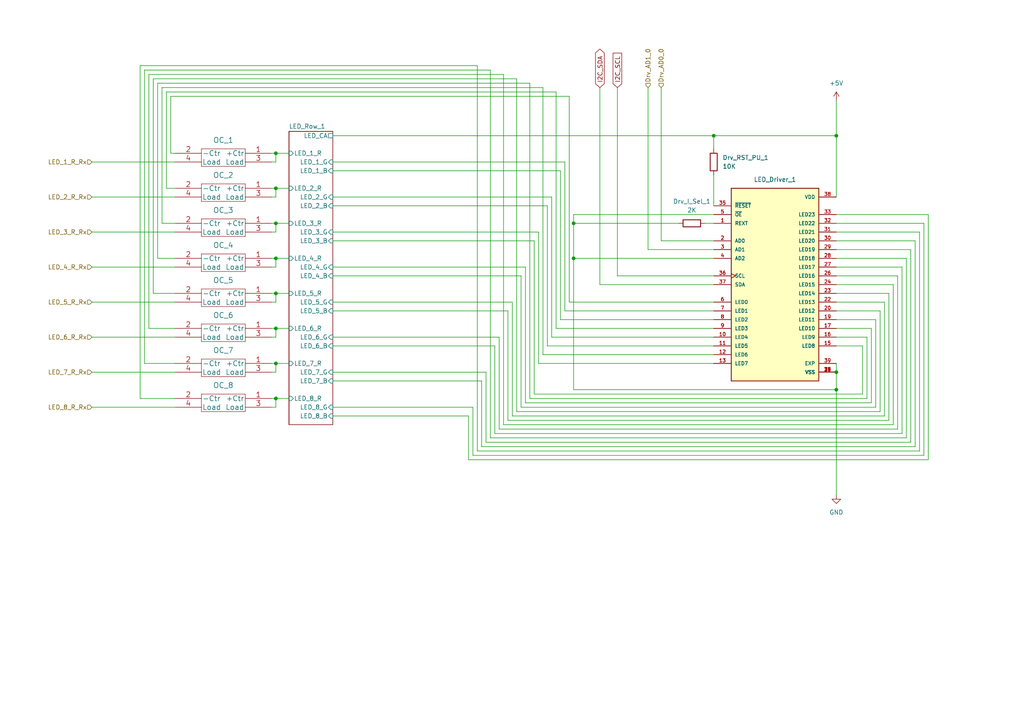
<source format=kicad_sch>
(kicad_sch (version 20211123) (generator eeschema)
  (paper "A4")
  (lib_symbols
    (symbol "Device:R" (pin_numbers hide) (pin_names (offset 0))
      (property "Reference" "R" (at 2.032 0 90))
      (property "Value" "R" (at 0 0 90))
      (symbol "R_0_1"
        (rectangle (start -1.016 -2.54) (end 1.016 2.54) (stroke (width 0.254)))
      )
      (symbol "R_1_1"
        (pin passive line (at 0 3.81 270) (length 1.27) (name "~") (number "1"))
        (pin passive line (at 0 -3.81 90) (length 1.27) (name "~") (number "2"))
      )
    )
    (symbol "LED Driver:PCA9956BTWY" (pin_names (offset 1.016))
      (property "Reference" "U" (at -12.7 29.21 0))
      (property "Value" "PCA9956BTWY" (at -12.7 -30.48 0))
      (symbol "PCA9956BTWY_0_0"
        (rectangle (start -12.7 -27.94) (end 12.7 27.94) (stroke (width 0.254)) (fill (type background)))
        (pin input line (at -17.78 17.78 0) (length 5.08) (name "REXT") (number "1"))
        (pin output line (at -17.78 -15.24 0) (length 5.08) (name "LED4") (number "10"))
        (pin output line (at -17.78 -17.78 0) (length 5.08) (name "LED5") (number "11"))
        (pin output line (at -17.78 -20.32 0) (length 5.08) (name "LED6") (number "12"))
        (pin output line (at -17.78 -22.86 0) (length 5.08) (name "LED7") (number "13"))
        (pin power_in line (at 17.78 -25.4 180) (length 5.08) (name "VSS") (number "14"))
        (pin output line (at 17.78 -17.78 180) (length 5.08) (name "LED8") (number "15"))
        (pin output line (at 17.78 -15.24 180) (length 5.08) (name "LED9") (number "16"))
        (pin output line (at 17.78 -12.7 180) (length 5.08) (name "LED10") (number "17"))
        (pin power_in line (at 17.78 -25.4 180) (length 5.08) (name "VSS") (number "18"))
        (pin output line (at 17.78 -10.16 180) (length 5.08) (name "LED11") (number "19"))
        (pin input line (at -17.78 12.7 0) (length 5.08) (name "AD0") (number "2"))
        (pin output line (at 17.78 -7.62 180) (length 5.08) (name "LED12") (number "20"))
        (pin power_in line (at 17.78 -25.4 180) (length 5.08) (name "VSS") (number "21"))
        (pin output line (at 17.78 -5.08 180) (length 5.08) (name "LED13") (number "22"))
        (pin output line (at 17.78 -2.54 180) (length 5.08) (name "LED14") (number "23"))
        (pin output line (at 17.78 0 180) (length 5.08) (name "LED15") (number "24"))
        (pin power_in line (at 17.78 -25.4 180) (length 5.08) (name "VSS") (number "25"))
        (pin output line (at 17.78 2.54 180) (length 5.08) (name "LED16") (number "26"))
        (pin output line (at 17.78 5.08 180) (length 5.08) (name "LED17") (number "27"))
        (pin output line (at 17.78 7.62 180) (length 5.08) (name "LED18") (number "28"))
        (pin output line (at 17.78 10.16 180) (length 5.08) (name "LED19") (number "29"))
        (pin input line (at -17.78 10.16 0) (length 5.08) (name "AD1") (number "3"))
        (pin output line (at 17.78 12.7 180) (length 5.08) (name "LED20") (number "30"))
        (pin output line (at 17.78 15.24 180) (length 5.08) (name "LED21") (number "31"))
        (pin output line (at 17.78 17.78 180) (length 5.08) (name "LED22") (number "32"))
        (pin output line (at 17.78 20.32 180) (length 5.08) (name "LED23") (number "33"))
        (pin power_in line (at 17.78 -25.4 180) (length 5.08) (name "VSS") (number "34"))
        (pin input line (at -17.78 22.86 0) (length 5.08) (name "~{RESET}") (number "35"))
        (pin input clock (at -17.78 2.54 0) (length 5.08) (name "SCL") (number "36"))
        (pin bidirectional line (at -17.78 0 0) (length 5.08) (name "SDA") (number "37"))
        (pin power_in line (at 17.78 25.4 180) (length 5.08) (name "VDD") (number "38"))
        (pin power_in line (at 17.78 -22.86 180) (length 5.08) (name "EXP") (number "39"))
        (pin input line (at -17.78 7.62 0) (length 5.08) (name "AD2") (number "4"))
        (pin input line (at -17.78 20.32 0) (length 5.08) (name "~{OE}") (number "5"))
        (pin output line (at -17.78 -5.08 0) (length 5.08) (name "LED0") (number "6"))
        (pin output line (at -17.78 -7.62 0) (length 5.08) (name "LED1") (number "7"))
        (pin output line (at -17.78 -10.16 0) (length 5.08) (name "LED2") (number "8"))
        (pin output line (at -17.78 -12.7 0) (length 5.08) (name "LED3") (number "9"))
      )
    )
    (symbol "Opto-coupler:CPC1125N" (pin_names (offset 0.254))
      (property "Reference" "OC_1" (at 13.97 5.08 0))
      (symbol "CPC1125N_1_1"
        (polyline (pts (xy 7.62 -3.81) (xy 20.32 -3.81)) (stroke (width 0.127)))
        (polyline (pts (xy 7.62 1.27) (xy 7.62 -3.81)) (stroke (width 0.127)))
        (polyline (pts (xy 20.32 -3.81) (xy 20.32 1.27)) (stroke (width 0.127)))
        (polyline (pts (xy 20.32 1.27) (xy 7.62 1.27)) (stroke (width 0.127)))
        (pin unspecified line (at 0 0 0) (length 7.62) (name "+Ctr") (number "1"))
        (pin unspecified line (at 27.94 0 180) (length 7.62) (name "-Ctr") (number "2"))
        (pin unspecified line (at 0 -2.54 0) (length 7.62) (name "Load") (number "3"))
        (pin unspecified line (at 27.94 -2.54 180) (length 7.62) (name "Load") (number "4"))
      )
    )
    (symbol "power:+5V" (power) (pin_names (offset 0))
      (property "Value" "+5V" (at 0 3.556 0))
      (symbol "+5V_0_1"
        (polyline (pts (xy -0.762 1.27) (xy 0 2.54)))
        (polyline (pts (xy 0 0) (xy 0 2.54)))
        (polyline (pts (xy 0 2.54) (xy 0.762 1.27)))
      )
      (symbol "+5V_1_1"
        (pin power_in line (at 0 0 90) (length 0) hide (name "+5V") (number "1"))
      )
    )
    (symbol "power:GND" (power) (pin_names (offset 0))
      (property "Value" "GND" (at 0 -3.81 0))
      (symbol "GND_0_1"
        (polyline (pts (xy 0 0) (xy 0 -1.27) (xy 1.27 -1.27) (xy 0 -2.54) (xy -1.27 -1.27) (xy 0 -1.27)))
      )
      (symbol "GND_1_1"
        (pin power_in line (at 0 0 270) (length 0) hide (name "GND") (number "1"))
      )
    )
  )
  (junction (at 242.57 39.37))
  (junction (at 242.57 113.03))
  (junction (at 207.01 39.37))
  (junction (at 80.01 44.45))
  (junction (at 80.01 85.09))
  (junction (at 80.01 74.93))
  (junction (at 80.01 105.41))
  (junction (at 80.01 54.61))
  (junction (at 80.01 64.77))
  (junction (at 242.57 107.95))
  (junction (at 80.01 95.25))
  (junction (at 166.37 74.93))
  (junction (at 80.01 115.57))
  (junction (at 166.37 64.77))
  (wire (pts (xy 96.52 97.79) (xy 144.78 97.79)))
  (wire (pts (xy 187.96 25.4) (xy 187.96 72.39)))
  (wire (pts (xy 26.67 67.31) (xy 50.8 67.31)))
  (wire (pts (xy 50.8 95.25) (xy 43.18 95.25)))
  (wire (pts (xy 154.94 69.85) (xy 154.94 114.3)))
  (wire (pts (xy 147.32 121.92) (xy 257.81 121.92)))
  (wire (pts (xy 207.01 39.37) (xy 242.57 39.37)))
  (wire (pts (xy 242.57 105.41) (xy 242.57 107.95)))
  (wire (pts (xy 254 92.71) (xy 242.57 92.71)))
  (wire (pts (xy 152.4 77.47) (xy 152.4 116.84)))
  (wire (pts (xy 80.01 74.93) (xy 83.82 74.93)))
  (wire (pts (xy 80.01 107.95) (xy 80.01 105.41)))
  (wire (pts (xy 40.64 19.05) (xy 138.43 19.05)))
  (wire (pts (xy 259.08 123.19) (xy 259.08 82.55)))
  (wire (pts (xy 78.74 74.93) (xy 80.01 74.93)))
  (wire (pts (xy 43.18 21.59) (xy 146.05 21.59)))
  (wire (pts (xy 252.73 95.25) (xy 242.57 95.25)))
  (wire (pts (xy 138.43 130.81) (xy 266.7 130.81)))
  (wire (pts (xy 78.74 57.15) (xy 80.01 57.15)))
  (wire (pts (xy 80.01 87.63) (xy 80.01 85.09)))
  (wire (pts (xy 48.26 26.67) (xy 161.29 26.67)))
  (wire (pts (xy 96.52 69.85) (xy 154.94 69.85)))
  (wire (pts (xy 96.52 87.63) (xy 148.59 87.63)))
  (wire (pts (xy 78.74 97.79) (xy 80.01 97.79)))
  (wire (pts (xy 26.67 87.63) (xy 50.8 87.63)))
  (wire (pts (xy 80.01 95.25) (xy 83.82 95.25)))
  (wire (pts (xy 78.74 67.31) (xy 80.01 67.31)))
  (wire (pts (xy 156.21 67.31) (xy 156.21 105.41)))
  (wire (pts (xy 135.89 120.65) (xy 135.89 133.35)))
  (wire (pts (xy 96.52 46.99) (xy 163.83 46.99)))
  (wire (pts (xy 161.29 95.25) (xy 207.01 95.25)))
  (wire (pts (xy 151.13 118.11) (xy 254 118.11)))
  (wire (pts (xy 96.52 39.37) (xy 207.01 39.37)))
  (wire (pts (xy 160.02 97.79) (xy 207.01 97.79)))
  (wire (pts (xy 148.59 120.65) (xy 256.54 120.65)))
  (wire (pts (xy 266.7 130.81) (xy 266.7 67.31)))
  (wire (pts (xy 78.74 105.41) (xy 80.01 105.41)))
  (wire (pts (xy 50.8 44.45) (xy 49.53 44.45)))
  (wire (pts (xy 257.81 85.09) (xy 242.57 85.09)))
  (wire (pts (xy 96.52 57.15) (xy 160.02 57.15)))
  (wire (pts (xy 242.57 39.37) (xy 242.57 57.15)))
  (wire (pts (xy 26.67 57.15) (xy 50.8 57.15)))
  (wire (pts (xy 140.97 128.27) (xy 264.16 128.27)))
  (wire (pts (xy 179.07 25.4) (xy 179.07 80.01)))
  (wire (pts (xy 96.52 49.53) (xy 162.56 49.53)))
  (wire (pts (xy 146.05 123.19) (xy 259.08 123.19)))
  (wire (pts (xy 96.52 118.11) (xy 137.16 118.11)))
  (wire (pts (xy 251.46 97.79) (xy 242.57 97.79)))
  (wire (pts (xy 207.01 50.8) (xy 207.01 59.69)))
  (wire (pts (xy 156.21 105.41) (xy 207.01 105.41)))
  (wire (pts (xy 96.52 100.33) (xy 143.51 100.33)))
  (wire (pts (xy 80.01 46.99) (xy 80.01 44.45)))
  (wire (pts (xy 50.8 54.61) (xy 48.26 54.61)))
  (wire (pts (xy 96.52 67.31) (xy 156.21 67.31)))
  (wire (pts (xy 144.78 97.79) (xy 144.78 124.46)))
  (wire (pts (xy 250.19 114.3) (xy 250.19 100.33)))
  (wire (pts (xy 254 118.11) (xy 254 92.71)))
  (wire (pts (xy 269.24 133.35) (xy 269.24 62.23)))
  (wire (pts (xy 137.16 132.08) (xy 267.97 132.08)))
  (wire (pts (xy 78.74 118.11) (xy 80.01 118.11)))
  (wire (pts (xy 166.37 74.93) (xy 207.01 74.93)))
  (wire (pts (xy 173.99 82.55) (xy 207.01 82.55)))
  (wire (pts (xy 78.74 95.25) (xy 80.01 95.25)))
  (wire (pts (xy 135.89 133.35) (xy 269.24 133.35)))
  (wire (pts (xy 267.97 132.08) (xy 267.97 64.77)))
  (wire (pts (xy 160.02 57.15) (xy 160.02 97.79)))
  (wire (pts (xy 146.05 21.59) (xy 146.05 123.19)))
  (wire (pts (xy 162.56 92.71) (xy 207.01 92.71)))
  (wire (pts (xy 142.24 127) (xy 262.89 127)))
  (wire (pts (xy 187.96 72.39) (xy 207.01 72.39)))
  (wire (pts (xy 80.01 67.31) (xy 80.01 64.77)))
  (wire (pts (xy 148.59 87.63) (xy 148.59 120.65)))
  (wire (pts (xy 162.56 49.53) (xy 162.56 92.71)))
  (wire (pts (xy 96.52 77.47) (xy 152.4 77.47)))
  (wire (pts (xy 264.16 72.39) (xy 242.57 72.39)))
  (wire (pts (xy 80.01 44.45) (xy 83.82 44.45)))
  (wire (pts (xy 161.29 26.67) (xy 161.29 95.25)))
  (wire (pts (xy 269.24 62.23) (xy 242.57 62.23)))
  (wire (pts (xy 96.52 110.49) (xy 139.7 110.49)))
  (wire (pts (xy 50.8 105.41) (xy 41.91 105.41)))
  (wire (pts (xy 26.67 97.79) (xy 50.8 97.79)))
  (wire (pts (xy 96.52 59.69) (xy 158.75 59.69)))
  (wire (pts (xy 259.08 82.55) (xy 242.57 82.55)))
  (wire (pts (xy 45.72 24.13) (xy 153.67 24.13)))
  (wire (pts (xy 26.67 107.95) (xy 50.8 107.95)))
  (wire (pts (xy 50.8 115.57) (xy 40.64 115.57)))
  (wire (pts (xy 242.57 64.77) (xy 267.97 64.77)))
  (wire (pts (xy 143.51 125.73) (xy 261.62 125.73)))
  (wire (pts (xy 44.45 22.86) (xy 149.86 22.86)))
  (wire (pts (xy 80.01 97.79) (xy 80.01 95.25)))
  (wire (pts (xy 154.94 114.3) (xy 250.19 114.3)))
  (wire (pts (xy 41.91 105.41) (xy 41.91 20.32)))
  (wire (pts (xy 80.01 54.61) (xy 83.82 54.61)))
  (wire (pts (xy 166.37 62.23) (xy 207.01 62.23)))
  (wire (pts (xy 49.53 27.94) (xy 165.1 27.94)))
  (wire (pts (xy 78.74 46.99) (xy 80.01 46.99)))
  (wire (pts (xy 41.91 20.32) (xy 142.24 20.32)))
  (wire (pts (xy 157.48 25.4) (xy 157.48 102.87)))
  (wire (pts (xy 242.57 107.95) (xy 242.57 113.03)))
  (wire (pts (xy 265.43 129.54) (xy 265.43 69.85)))
  (wire (pts (xy 251.46 115.57) (xy 251.46 97.79)))
  (wire (pts (xy 151.13 80.01) (xy 151.13 118.11)))
  (wire (pts (xy 149.86 119.38) (xy 255.27 119.38)))
  (wire (pts (xy 242.57 29.21) (xy 242.57 39.37)))
  (wire (pts (xy 78.74 64.77) (xy 80.01 64.77)))
  (wire (pts (xy 78.74 77.47) (xy 80.01 77.47)))
  (wire (pts (xy 255.27 90.17) (xy 242.57 90.17)))
  (wire (pts (xy 166.37 64.77) (xy 166.37 62.23)))
  (wire (pts (xy 80.01 64.77) (xy 83.82 64.77)))
  (wire (pts (xy 257.81 121.92) (xy 257.81 85.09)))
  (wire (pts (xy 165.1 87.63) (xy 207.01 87.63)))
  (wire (pts (xy 158.75 100.33) (xy 207.01 100.33)))
  (wire (pts (xy 179.07 80.01) (xy 207.01 80.01)))
  (wire (pts (xy 163.83 46.99) (xy 163.83 90.17)))
  (wire (pts (xy 173.99 25.4) (xy 173.99 82.55)))
  (wire (pts (xy 96.52 120.65) (xy 135.89 120.65)))
  (wire (pts (xy 26.67 46.99) (xy 50.8 46.99)))
  (wire (pts (xy 43.18 95.25) (xy 43.18 21.59)))
  (wire (pts (xy 265.43 69.85) (xy 242.57 69.85)))
  (wire (pts (xy 264.16 128.27) (xy 264.16 72.39)))
  (wire (pts (xy 147.32 90.17) (xy 147.32 121.92)))
  (wire (pts (xy 262.89 127) (xy 262.89 74.93)))
  (wire (pts (xy 50.8 64.77) (xy 46.99 64.77)))
  (wire (pts (xy 166.37 113.03) (xy 166.37 74.93)))
  (wire (pts (xy 153.67 115.57) (xy 251.46 115.57)))
  (wire (pts (xy 78.74 107.95) (xy 80.01 107.95)))
  (wire (pts (xy 96.52 80.01) (xy 151.13 80.01)))
  (wire (pts (xy 163.83 90.17) (xy 207.01 90.17)))
  (wire (pts (xy 261.62 125.73) (xy 261.62 77.47)))
  (wire (pts (xy 40.64 115.57) (xy 40.64 19.05)))
  (wire (pts (xy 80.01 85.09) (xy 83.82 85.09)))
  (wire (pts (xy 46.99 25.4) (xy 157.48 25.4)))
  (wire (pts (xy 261.62 77.47) (xy 242.57 77.47)))
  (wire (pts (xy 207.01 39.37) (xy 207.01 43.18)))
  (wire (pts (xy 80.01 77.47) (xy 80.01 74.93)))
  (wire (pts (xy 26.67 118.11) (xy 50.8 118.11)))
  (wire (pts (xy 260.35 124.46) (xy 260.35 80.01)))
  (wire (pts (xy 262.89 74.93) (xy 242.57 74.93)))
  (wire (pts (xy 144.78 124.46) (xy 260.35 124.46)))
  (wire (pts (xy 242.57 113.03) (xy 166.37 113.03)))
  (wire (pts (xy 152.4 116.84) (xy 252.73 116.84)))
  (wire (pts (xy 143.51 100.33) (xy 143.51 125.73)))
  (wire (pts (xy 140.97 107.95) (xy 140.97 128.27)))
  (wire (pts (xy 45.72 74.93) (xy 45.72 24.13)))
  (wire (pts (xy 80.01 115.57) (xy 83.82 115.57)))
  (wire (pts (xy 142.24 20.32) (xy 142.24 127)))
  (wire (pts (xy 137.16 118.11) (xy 137.16 132.08)))
  (wire (pts (xy 191.77 25.4) (xy 191.77 69.85)))
  (wire (pts (xy 252.73 116.84) (xy 252.73 95.25)))
  (wire (pts (xy 96.52 107.95) (xy 140.97 107.95)))
  (wire (pts (xy 266.7 67.31) (xy 242.57 67.31)))
  (wire (pts (xy 78.74 44.45) (xy 80.01 44.45)))
  (wire (pts (xy 26.67 77.47) (xy 50.8 77.47)))
  (wire (pts (xy 157.48 102.87) (xy 207.01 102.87)))
  (wire (pts (xy 80.01 57.15) (xy 80.01 54.61)))
  (wire (pts (xy 166.37 64.77) (xy 196.85 64.77)))
  (wire (pts (xy 48.26 54.61) (xy 48.26 26.67)))
  (wire (pts (xy 256.54 87.63) (xy 242.57 87.63)))
  (wire (pts (xy 139.7 129.54) (xy 265.43 129.54)))
  (wire (pts (xy 46.99 64.77) (xy 46.99 25.4)))
  (wire (pts (xy 250.19 100.33) (xy 242.57 100.33)))
  (wire (pts (xy 166.37 74.93) (xy 166.37 64.77)))
  (wire (pts (xy 78.74 87.63) (xy 80.01 87.63)))
  (wire (pts (xy 191.77 69.85) (xy 207.01 69.85)))
  (wire (pts (xy 50.8 74.93) (xy 45.72 74.93)))
  (wire (pts (xy 158.75 59.69) (xy 158.75 100.33)))
  (wire (pts (xy 78.74 115.57) (xy 80.01 115.57)))
  (wire (pts (xy 78.74 85.09) (xy 80.01 85.09)))
  (wire (pts (xy 78.74 54.61) (xy 80.01 54.61)))
  (wire (pts (xy 242.57 113.03) (xy 242.57 143.51)))
  (wire (pts (xy 80.01 118.11) (xy 80.01 115.57)))
  (wire (pts (xy 139.7 110.49) (xy 139.7 129.54)))
  (wire (pts (xy 149.86 22.86) (xy 149.86 119.38)))
  (wire (pts (xy 138.43 19.05) (xy 138.43 130.81)))
  (wire (pts (xy 256.54 120.65) (xy 256.54 87.63)))
  (wire (pts (xy 80.01 105.41) (xy 83.82 105.41)))
  (wire (pts (xy 50.8 85.09) (xy 44.45 85.09)))
  (wire (pts (xy 96.52 90.17) (xy 147.32 90.17)))
  (wire (pts (xy 255.27 119.38) (xy 255.27 90.17)))
  (wire (pts (xy 49.53 44.45) (xy 49.53 27.94)))
  (wire (pts (xy 165.1 27.94) (xy 165.1 87.63)))
  (wire (pts (xy 260.35 80.01) (xy 242.57 80.01)))
  (wire (pts (xy 153.67 24.13) (xy 153.67 115.57)))
  (wire (pts (xy 204.47 64.77) (xy 207.01 64.77)))
  (wire (pts (xy 44.45 85.09) (xy 44.45 22.86)))
  (global_label "I2C_SCL" (shape input) (at 179.07 25.4 90) (property "Intersheet References" "${INTERSHEET_REFS}" (effects hide)))
  (global_label "I2C_SDA" (shape bidirectional) (at 173.99 25.4 90) (property "Intersheet References" "${INTERSHEET_REFS}" (effects hide)))
  (hierarchical_label "LED_3_R_Rx" (shape input) (at 26.67 67.31 180))
  (hierarchical_label "LED_1_R_Rx" (shape input) (at 26.67 46.99 180))
  (hierarchical_label "LED_8_R_Rx" (shape input) (at 26.67 118.11 180))
  (hierarchical_label "LED_2_R_Rx" (shape input) (at 26.67 57.15 180))
  (hierarchical_label "Drv_AD0_0" (shape input) (at 191.77 25.4 90))
  (hierarchical_label "Drv_AD1_0" (shape input) (at 187.96 25.4 90))
  (hierarchical_label "LED_5_R_Rx" (shape input) (at 26.67 87.63 180))
  (hierarchical_label "LED_7_R_Rx" (shape input) (at 26.67 107.95 180))
  (hierarchical_label "LED_4_R_Rx" (shape input) (at 26.67 77.47 180))
  (hierarchical_label "LED_6_R_Rx" (shape input) (at 26.67 97.79 180))
  (symbol (lib_id "Opto-coupler:CPC1125N") (at 78.74 54.61 0) (mirror y) (unit 1)
    (property "Reference" "OC_2" (at 64.77 50.8 0) (effects (font (size 1.524 1.524))))
    (property "Value" "CPC1125N" (effects hide))
    (property "Footprint" "Opto-coupler:footprints" (effects hide))
  )
  (symbol (lib_id "Device:R") (at 200.66 64.77 90) (mirror x) (unit 1)
    (property "Reference" "Drv_I_Sel_1" (at 200.66 58.42 90))
    (property "Value" "2K" (at 200.66 60.96 90))
    (property "Footprint" "Resistor_THT:R_Axial_DIN0207_L6.3mm_D2.5mm_P7.62mm_Horizontal" (effects hide))
  )
  (symbol (lib_id "Opto-coupler:CPC1125N") (at 78.74 95.25 0) (mirror y) (unit 1)
    (property "Reference" "OC_6" (at 64.77 91.44 0) (effects (font (size 1.524 1.524))))
    (property "Value" "CPC1125N" (effects hide))
    (property "Footprint" "Opto-coupler:footprints" (effects hide))
  )
  (symbol (lib_id "power:GND") (at 242.57 143.51 0) (unit 1)
    (property "Reference" "#PWR0101" (effects hide))
    (property "Value" "GND" (at 242.57 148.59 0))
  )
  (symbol (lib_id "power:+5V") (at 242.57 29.21 0) (unit 1)
    (property "Reference" "#PWR0102" (effects hide))
    (property "Value" "+5V" (at 242.57 24.13 0))
  )
  (symbol (lib_id "LED Driver:PCA9956BTWY") (at 224.79 82.55 0) (unit 1)
    (property "Reference" "LED_Driver_1" (at 224.79 52.07 0))
    (property "Value" "PCA9956BTWY" (effects hide))
    (property "Footprint" "LED Driver:PCA9956BTWY" (effects hide))
    (property "PARTREV" "1.1" (effects hide))
    (property "MAXIMUM_PACKAGE_HEIGHT" "1.1mm" (effects hide))
    (property "MANUFACTURER" "NXP" (effects hide))
    (property "STANDARD" "IPC7351B" (effects hide))
  )
  (symbol (lib_id "Opto-coupler:CPC1125N") (at 78.74 44.45 0) (mirror y) (unit 1)
    (property "Reference" "OC_1" (at 64.77 40.64 0) (effects (font (size 1.524 1.524))))
    (property "Value" "CPC1125N" (effects hide))
    (property "Footprint" "Opto-coupler:footprints" (effects hide))
  )
  (symbol (lib_id "Opto-coupler:CPC1125N") (at 78.74 115.57 0) (mirror y) (unit 1)
    (property "Reference" "OC_8" (at 64.77 111.76 0) (effects (font (size 1.524 1.524))))
    (property "Value" "CPC1125N" (effects hide))
    (property "Footprint" "Opto-coupler:footprints" (effects hide))
  )
  (symbol (lib_id "Device:R") (at 207.01 46.99 0) (unit 1)
    (property "Reference" "Drv_RST_PU_1" (at 209.55 45.7199 0) (effects (justify left)))
    (property "Value" "10K" (at 209.55 48.2599 0) (effects (justify left)))
    (property "Footprint" "Resistor_THT:R_Axial_DIN0207_L6.3mm_D2.5mm_P7.62mm_Horizontal" (effects hide))
  )
  (symbol (lib_id "Opto-coupler:CPC1125N") (at 78.74 74.93 0) (mirror y) (unit 1)
    (property "Reference" "OC_4" (at 64.77 71.12 0) (effects (font (size 1.524 1.524))))
    (property "Value" "CPC1125N" (effects hide))
    (property "Footprint" "Opto-coupler:footprints" (effects hide))
  )
  (symbol (lib_id "Opto-coupler:CPC1125N") (at 78.74 85.09 0) (mirror y) (unit 1)
    (property "Reference" "OC_5" (at 64.77 81.28 0) (effects (font (size 1.524 1.524))))
    (property "Value" "CPC1125N" (effects hide))
    (property "Footprint" "Opto-coupler:footprints" (effects hide))
  )
  (symbol (lib_id "Opto-coupler:CPC1125N") (at 78.74 105.41 0) (mirror y) (unit 1)
    (property "Reference" "OC_7" (at 64.77 101.6 0) (effects (font (size 1.524 1.524))))
    (property "Value" "CPC1125N" (effects hide))
    (property "Footprint" "Opto-coupler:footprints" (effects hide))
  )
  (symbol (lib_id "Opto-coupler:CPC1125N") (at 78.74 64.77 0) (mirror y) (unit 1)
    (property "Reference" "OC_3" (at 64.77 60.96 0) (effects (font (size 1.524 1.524))))
    (property "Value" "CPC1125N" (effects hide))
    (property "Footprint" "Opto-coupler:footprints" (effects hide))
  )
  (sheet (at 83.82 38.1) (size 12.7 85.09) (stroke (width 0.1524))
    (property "Sheet name" "LED_Row_1" (at 83.82 37.3884 0) (effects (justify left bottom)))
    (property "Sheet file" "led_row.kicad_sch" (effects hide))
    (pin "LED_4_R" input (at 83.82 74.93 180))
    (pin "LED_4_B" input (at 96.52 80.01 0))
    (pin "LED_4_G" input (at 96.52 77.47 0))
    (pin "LED_CA" passive (at 96.52 39.37 0))
    (pin "LED_6_R" input (at 83.82 95.25 180))
    (pin "LED_5_G" input (at 96.52 87.63 0))
    (pin "LED_6_B" input (at 96.52 100.33 0))
    (pin "LED_5_R" input (at 83.82 85.09 180))
    (pin "LED_5_B" input (at 96.52 90.17 0))
    (pin "LED_6_G" input (at 96.52 97.79 0))
    (pin "LED_7_G" input (at 96.52 107.95 0))
    (pin "LED_7_R" input (at 83.82 105.41 180))
    (pin "LED_7_B" input (at 96.52 110.49 0))
    (pin "LED_1_G" input (at 96.52 46.99 0))
    (pin "LED_1_R" input (at 83.82 44.45 180))
    (pin "LED_1_B" input (at 96.52 49.53 0))
    (pin "LED_2_B" input (at 96.52 59.69 0))
    (pin "LED_2_R" input (at 83.82 54.61 180))
    (pin "LED_2_G" input (at 96.52 57.15 0))
    (pin "LED_3_G" input (at 96.52 67.31 0))
    (pin "LED_3_R" input (at 83.82 64.77 180))
    (pin "LED_3_B" input (at 96.52 69.85 0))
    (pin "LED_8_B" input (at 96.52 120.65 0))
    (pin "LED_8_R" input (at 83.82 115.57 180))
    (pin "LED_8_G" input (at 96.52 118.11 0))
  )
)
</source>
